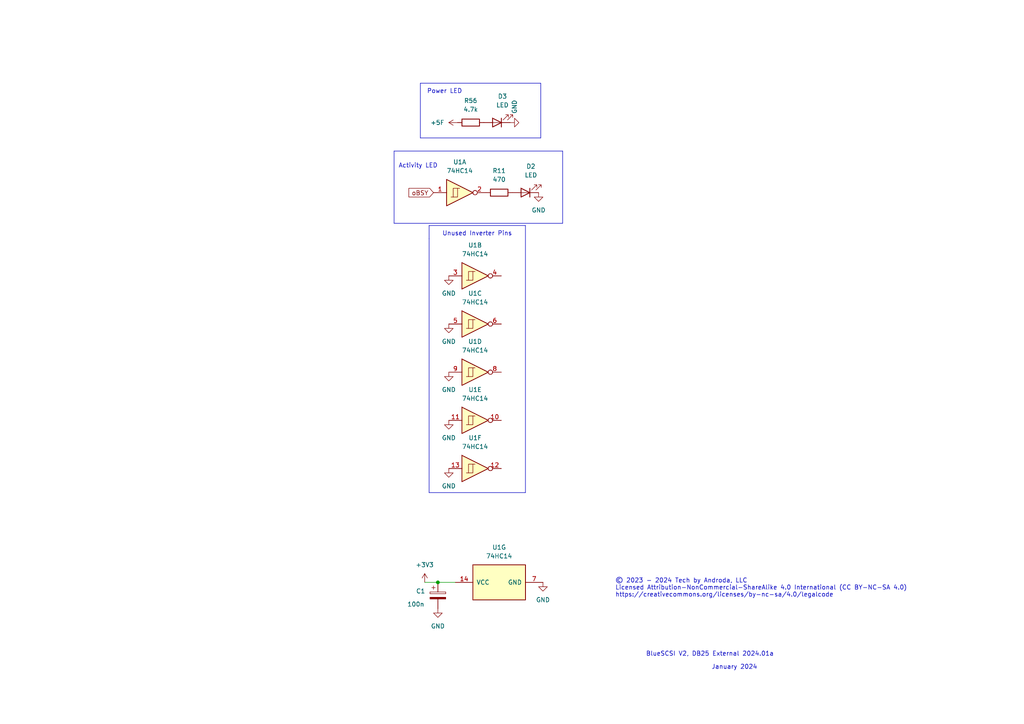
<source format=kicad_sch>
(kicad_sch (version 20230121) (generator eeschema)
  (paper "A4")
  (lib_symbols
    (symbol "74xx:74HC14" (pin_names (offset 1.016))
      (property "Reference" "U" (at 0 1.27 0))
      (property "Value" "74HC14" (at 0 -1.27 0))
      (symbol "74HC14_1_0"
        (polyline (pts (xy -3.81 3.81) (xy -3.81 -3.81) (xy 3.81 0) (xy -3.81 3.81)) (stroke (width 0.254)) (fill (type background)))
        (pin input line (at -7.62 0 0) (length 3.81) (name "~") (number "1"))
        (pin output inverted (at 7.62 0 180) (length 3.81) (name "~") (number "2"))
      )
      (symbol "74HC14_1_1"
        (polyline (pts (xy -1.905 -1.27) (xy -1.905 1.27) (xy -0.635 1.27)))
        (polyline (pts (xy -2.54 -1.27) (xy -0.635 -1.27) (xy -0.635 1.27) (xy 0 1.27)))
      )
      (symbol "74HC14_2_0"
        (polyline (pts (xy -3.81 3.81) (xy -3.81 -3.81) (xy 3.81 0) (xy -3.81 3.81)) (stroke (width 0.254)) (fill (type background)))
        (pin input line (at -7.62 0 0) (length 3.81) (name "~") (number "3"))
        (pin output inverted (at 7.62 0 180) (length 3.81) (name "~") (number "4"))
      )
      (symbol "74HC14_2_1"
        (polyline (pts (xy -1.905 -1.27) (xy -1.905 1.27) (xy -0.635 1.27)))
        (polyline (pts (xy -2.54 -1.27) (xy -0.635 -1.27) (xy -0.635 1.27) (xy 0 1.27)))
      )
      (symbol "74HC14_3_0"
        (polyline (pts (xy -3.81 3.81) (xy -3.81 -3.81) (xy 3.81 0) (xy -3.81 3.81)) (stroke (width 0.254)) (fill (type background)))
        (pin input line (at -7.62 0 0) (length 3.81) (name "~") (number "5"))
        (pin output inverted (at 7.62 0 180) (length 3.81) (name "~") (number "6"))
      )
      (symbol "74HC14_3_1"
        (polyline (pts (xy -1.905 -1.27) (xy -1.905 1.27) (xy -0.635 1.27)))
        (polyline (pts (xy -2.54 -1.27) (xy -0.635 -1.27) (xy -0.635 1.27) (xy 0 1.27)))
      )
      (symbol "74HC14_4_0"
        (polyline (pts (xy -3.81 3.81) (xy -3.81 -3.81) (xy 3.81 0) (xy -3.81 3.81)) (stroke (width 0.254)) (fill (type background)))
        (pin output inverted (at 7.62 0 180) (length 3.81) (name "~") (number "8"))
        (pin input line (at -7.62 0 0) (length 3.81) (name "~") (number "9"))
      )
      (symbol "74HC14_4_1"
        (polyline (pts (xy -1.905 -1.27) (xy -1.905 1.27) (xy -0.635 1.27)))
        (polyline (pts (xy -2.54 -1.27) (xy -0.635 -1.27) (xy -0.635 1.27) (xy 0 1.27)))
      )
      (symbol "74HC14_5_0"
        (polyline (pts (xy -3.81 3.81) (xy -3.81 -3.81) (xy 3.81 0) (xy -3.81 3.81)) (stroke (width 0.254)) (fill (type background)))
        (pin output inverted (at 7.62 0 180) (length 3.81) (name "~") (number "10"))
        (pin input line (at -7.62 0 0) (length 3.81) (name "~") (number "11"))
      )
      (symbol "74HC14_5_1"
        (polyline (pts (xy -1.905 -1.27) (xy -1.905 1.27) (xy -0.635 1.27)))
        (polyline (pts (xy -2.54 -1.27) (xy -0.635 -1.27) (xy -0.635 1.27) (xy 0 1.27)))
      )
      (symbol "74HC14_6_0"
        (polyline (pts (xy -3.81 3.81) (xy -3.81 -3.81) (xy 3.81 0) (xy -3.81 3.81)) (stroke (width 0.254)) (fill (type background)))
        (pin output inverted (at 7.62 0 180) (length 3.81) (name "~") (number "12"))
        (pin input line (at -7.62 0 0) (length 3.81) (name "~") (number "13"))
      )
      (symbol "74HC14_6_1"
        (polyline (pts (xy -1.905 -1.27) (xy -1.905 1.27) (xy -0.635 1.27)))
        (polyline (pts (xy -2.54 -1.27) (xy -0.635 -1.27) (xy -0.635 1.27) (xy 0 1.27)))
      )
      (symbol "74HC14_7_0"
        (pin power_in line (at 0 12.7 270) (length 5.08) (name "VCC") (number "14"))
        (pin power_in line (at 0 -12.7 90) (length 5.08) (name "GND") (number "7"))
      )
      (symbol "74HC14_7_1"
        (rectangle (start -5.08 7.62) (end 5.08 -7.62) (stroke (width 0.254)) (fill (type background)))
      )
    )
    (symbol "Device:CP" (pin_numbers hide) (pin_names (offset 0.254))
      (property "Reference" "C" (at 0.635 2.54 0))
      (property "Value" "Device_CP" (at 0.635 -2.54 0))
      (symbol "CP_0_1"
        (rectangle (start -2.286 0.508) (end 2.286 1.016))
        (polyline (pts (xy -1.778 2.286) (xy -0.762 2.286)))
        (polyline (pts (xy -1.27 2.794) (xy -1.27 1.778)))
        (rectangle (start 2.286 -0.508) (end -2.286 -1.016) (fill (type outline)))
      )
      (symbol "CP_1_1"
        (pin passive line (at 0 3.81 270) (length 2.794) (name "~") (number "1"))
        (pin passive line (at 0 -3.81 90) (length 2.794) (name "~") (number "2"))
      )
    )
    (symbol "Device:LED" (pin_numbers hide) (pin_names (offset 1.016) hide)
      (property "Reference" "D" (at 0 2.54 0))
      (property "Value" "LED" (at 0 -2.54 0))
      (symbol "LED_0_1"
        (polyline (pts (xy -1.27 -1.27) (xy -1.27 1.27)) (stroke (width 0.254)))
        (polyline (pts (xy -1.27 0) (xy 1.27 0)))
        (polyline (pts (xy 1.27 -1.27) (xy 1.27 1.27) (xy -1.27 0) (xy 1.27 -1.27)) (stroke (width 0.254)))
        (polyline (pts (xy -3.048 -0.762) (xy -4.572 -2.286) (xy -3.81 -2.286) (xy -4.572 -2.286) (xy -4.572 -1.524)))
        (polyline (pts (xy -1.778 -0.762) (xy -3.302 -2.286) (xy -2.54 -2.286) (xy -3.302 -2.286) (xy -3.302 -1.524)))
      )
      (symbol "LED_1_1"
        (pin passive line (at -3.81 0 0) (length 2.54) (name "K") (number "1"))
        (pin passive line (at 3.81 0 180) (length 2.54) (name "A") (number "2"))
      )
    )
    (symbol "Device:R" (pin_numbers hide) (pin_names (offset 0))
      (property "Reference" "R" (at 2.032 0 90))
      (property "Value" "R" (at 0 0 90))
      (symbol "R_0_1"
        (rectangle (start -1.016 -2.54) (end 1.016 2.54) (stroke (width 0.254)))
      )
      (symbol "R_1_1"
        (pin passive line (at 0 3.81 270) (length 1.27) (name "~") (number "1"))
        (pin passive line (at 0 -3.81 90) (length 1.27) (name "~") (number "2"))
      )
    )
    (symbol "power:+3.3V" (power) (pin_names (offset 0))
      (property "Value" "+3.3V" (at 0 3.556 0))
      (symbol "+3.3V_0_1"
        (polyline (pts (xy -0.762 1.27) (xy 0 2.54)))
        (polyline (pts (xy 0 0) (xy 0 2.54)))
        (polyline (pts (xy 0 2.54) (xy 0.762 1.27)))
      )
      (symbol "+3.3V_1_1"
        (pin power_in line (at 0 0 90) (length 0) hide (name "+3V3") (number "1"))
      )
    )
    (symbol "power:+5F" (power) (pin_names (offset 0))
      (property "Value" "+5F" (at 0 3.556 0))
      (symbol "+5F_0_1"
        (polyline (pts (xy -0.762 1.27) (xy 0 2.54)))
        (polyline (pts (xy 0 0) (xy 0 2.54)))
        (polyline (pts (xy 0 2.54) (xy 0.762 1.27)))
      )
      (symbol "+5F_1_1"
        (pin power_in line (at 0 0 90) (length 0) hide (name "+5F") (number "1"))
      )
    )
    (symbol "power:GND" (power) (pin_names (offset 0))
      (property "Value" "GND" (at 0 -3.81 0))
      (symbol "GND_0_1"
        (polyline (pts (xy 0 0) (xy 0 -1.27) (xy 1.27 -1.27) (xy 0 -2.54) (xy -1.27 -1.27) (xy 0 -1.27)))
      )
      (symbol "GND_1_1"
        (pin power_in line (at 0 0 270) (length 0) hide (name "GND") (number "1"))
      )
    )
  )
  (junction (at 127 168.91))
  (wire (pts (xy 123.19 168.91) (xy 127 168.91)))
  (polyline (pts (xy 121.92 24.13) (xy 156.845 24.13)))
  (polyline (pts (xy 114.3 43.815) (xy 114.3 64.77)))
  (polyline (pts (xy 114.3 43.815) (xy 163.195 43.815)))
  (polyline (pts (xy 156.845 40.005) (xy 156.845 24.13)))
  (polyline (pts (xy 163.195 64.77) (xy 163.195 43.815)))
  (polyline (pts (xy 121.92 24.13) (xy 121.92 40.005)))
  (polyline (pts (xy 114.3 64.77) (xy 163.195 64.77)))
  (polyline (pts (xy 152.4 65.405) (xy 124.46 65.405)))
  (wire (pts (xy 127 168.91) (xy 132.08 168.91)))
  (polyline (pts (xy 152.4 142.875) (xy 152.4 65.405)))
  (polyline (pts (xy 124.46 65.405) (xy 124.46 69.215)))
  (polyline (pts (xy 121.92 40.005) (xy 156.845 40.005)))
  (polyline (pts (xy 124.46 142.875) (xy 152.4 142.875)))
  (polyline (pts (xy 124.46 69.215) (xy 124.46 142.875)))
  (text "Power LED" (at 123.825 27.305 0) (effects (font (size 1.27 1.27)) (justify left bottom)))
  (text "BlueSCSI V2, DB25 External 2024.01a" (at 187.325 190.5 0) (effects (font (size 1.27 1.27)) (justify left bottom)))
  (text "January 2024" (at 206.375 194.31 0) (effects (font (size 1.27 1.27)) (justify left bottom)))
  (text "© 2023 - 2024 Tech by Androda, LLC\nLicensed Attribution-NonCommercial-ShareAlike 4.0 International (CC BY-NC-SA 4.0)\nhttps://creativecommons.org/licenses/by-nc-sa/4.0/legalcode" (at 178.435 173.355 0) (effects (font (size 1.27 1.27)) (justify left bottom)))
  (text "Activity LED" (at 115.57 48.895 0) (effects (font (size 1.27 1.27)) (justify left bottom)))
  (text "Unused Inverter Pins" (at 128.27 68.58 0) (effects (font (size 1.27 1.27)) (justify left bottom)))
  (global_label "oBSY" (shape input) (at 125.73 55.88 180) (property "Intersheetrefs" "${INTERSHEET_REFS}" (effects hide)))
  (symbol (lib_id "power:GND") (at 157.48 168.91 0) (unit 1)
    (property "Reference" "#PWR034" (effects hide))
    (property "Value" "GND" (at 157.48 173.99 0))
  )
  (symbol (lib_id "power:GND") (at 130.175 121.92 0) (unit 1)
    (property "Reference" "#PWR030" (effects hide))
    (property "Value" "GND" (at 130.175 127 0))
  )
  (symbol (lib_id "power:+3.3V") (at 123.19 168.91 0) (unit 1)
    (property "Reference" "#PWR03" (effects hide))
    (property "Value" "+3.3V" (at 123.19 163.83 0))
  )
  (symbol (lib_id "power:GND") (at 130.175 135.89 0) (unit 1)
    (property "Reference" "#PWR032" (effects hide))
    (property "Value" "GND" (at 130.175 140.97 0))
  )
  (symbol (lib_id "power:GND") (at 127 176.53 0) (unit 1)
    (property "Reference" "#PWR04" (effects hide))
    (property "Value" "GND" (at 127 181.61 0))
  )
  (symbol (lib_id "power:+5F") (at 132.715 35.56 90) (unit 1)
    (property "Reference" "#PWR0105" (effects hide))
    (property "Value" "+5F" (at 128.905 35.5599 90) (effects (justify left)))
  )
  (symbol (lib_id "Device:CP") (at 127 172.72 0) (unit 1)
    (property "Reference" "C1" (at 120.65 171.45 0) (effects (justify left)))
    (property "Value" "100n" (at 118.11 175.26 0) (effects (justify left)))
    (property "Footprint" "Capacitor_SMD:C_0805_2012Metric_Pad1.18x1.45mm_HandSolder" (effects hide))
  )
  (symbol (lib_id "power:GND") (at 147.955 35.56 90) (unit 1)
    (property "Reference" "#PWR068" (effects hide))
    (property "Value" "GND" (at 149.2249 33.02 0) (effects (justify left)))
  )
  (symbol (lib_id "Device:R") (at 144.78 55.88 90) (unit 1)
    (property "Reference" "R11" (at 144.78 49.53 90))
    (property "Value" "470" (at 144.78 52.07 90))
    (property "Footprint" "Resistor_SMD:R_0603_1608Metric_Pad0.98x0.95mm_HandSolder" (effects hide))
  )
  (symbol (lib_id "power:GND") (at 130.175 93.98 0) (unit 1)
    (property "Reference" "#PWR026" (effects hide))
    (property "Value" "GND" (at 130.175 99.06 0))
  )
  (symbol (lib_id "power:GND") (at 130.175 107.95 0) (unit 1)
    (property "Reference" "#PWR029" (effects hide))
    (property "Value" "GND" (at 130.175 113.03 0))
  )
  (symbol (lib_id "74xx:74HC14") (at 137.795 107.95 0) (unit 4)
    (property "Reference" "U1" (at 137.795 99.06 0))
    (property "Value" "74HC14" (at 137.795 101.6 0))
    (property "Datasheet" "http://www.ti.com/lit/gpn/sn74HC14" (effects hide))
  )
  (symbol (lib_id "Device:LED") (at 152.4 55.88 180) (unit 1)
    (property "Reference" "D2" (at 153.9875 48.26 0))
    (property "Value" "LED" (at 153.9875 50.8 0))
    (property "Footprint" "LED_SMD:LED_0603_1608Metric_Pad1.05x0.95mm_HandSolder" (effects hide))
  )
  (symbol (lib_id "Device:R") (at 136.525 35.56 90) (unit 1)
    (property "Reference" "R56" (at 136.525 29.21 90))
    (property "Value" "4.7k" (at 136.525 31.75 90))
    (property "Footprint" "Resistor_SMD:R_0603_1608Metric_Pad0.98x0.95mm_HandSolder" (effects hide))
  )
  (symbol (lib_id "74xx:74HC14") (at 137.795 93.98 0) (unit 3)
    (property "Reference" "U1" (at 137.795 85.09 0))
    (property "Value" "74HC14" (at 137.795 87.63 0))
    (property "Datasheet" "http://www.ti.com/lit/gpn/sn74HC14" (effects hide))
  )
  (symbol (lib_id "power:GND") (at 130.175 80.01 0) (unit 1)
    (property "Reference" "#PWR023" (effects hide))
    (property "Value" "GND" (at 130.175 85.09 0))
  )
  (symbol (lib_id "74xx:74HC14") (at 137.795 121.92 0) (unit 5)
    (property "Reference" "U1" (at 137.795 113.03 0))
    (property "Value" "74HC14" (at 137.795 115.57 0))
    (property "Datasheet" "http://www.ti.com/lit/gpn/sn74HC14" (effects hide))
  )
  (symbol (lib_id "74xx:74HC14") (at 133.35 55.88 0) (unit 1)
    (property "Reference" "U1" (at 133.35 46.99 0))
    (property "Value" "74HC14" (at 133.35 49.53 0))
    (property "Datasheet" "http://www.ti.com/lit/gpn/sn74HC14" (effects hide))
  )
  (symbol (lib_id "power:GND") (at 156.21 55.88 0) (unit 1)
    (property "Reference" "#PWR038" (effects hide))
    (property "Value" "GND" (at 156.21 60.96 0))
  )
  (symbol (lib_id "74xx:74HC14") (at 144.78 168.91 90) (unit 7)
    (property "Reference" "U1" (at 144.78 158.75 90))
    (property "Value" "74HC14" (at 144.78 161.29 90))
    (property "Footprint" "Package_SO:SOIC-14_3.9x8.7mm_P1.27mm" (effects hide))
    (property "Datasheet" "http://www.ti.com/lit/gpn/sn74HC14" (effects hide))
  )
  (symbol (lib_id "74xx:74HC14") (at 137.795 135.89 0) (unit 6)
    (property "Reference" "U1" (at 137.795 127 0))
    (property "Value" "74HC14" (at 137.795 129.54 0))
    (property "Datasheet" "http://www.ti.com/lit/gpn/sn74HC14" (effects hide))
  )
  (symbol (lib_id "74xx:74HC14") (at 137.795 80.01 0) (unit 2)
    (property "Reference" "U1" (at 137.795 71.12 0))
    (property "Value" "74HC14" (at 137.795 73.66 0))
    (property "Datasheet" "http://www.ti.com/lit/gpn/sn74HC14" (effects hide))
  )
  (symbol (lib_id "Device:LED") (at 144.145 35.56 180) (unit 1)
    (property "Reference" "D3" (at 145.7325 27.94 0))
    (property "Value" "LED" (at 145.7325 30.48 0))
    (property "Footprint" "LED_SMD:LED_0603_1608Metric_Pad1.05x0.95mm_HandSolder" (effects hide))
  )
)
</source>
